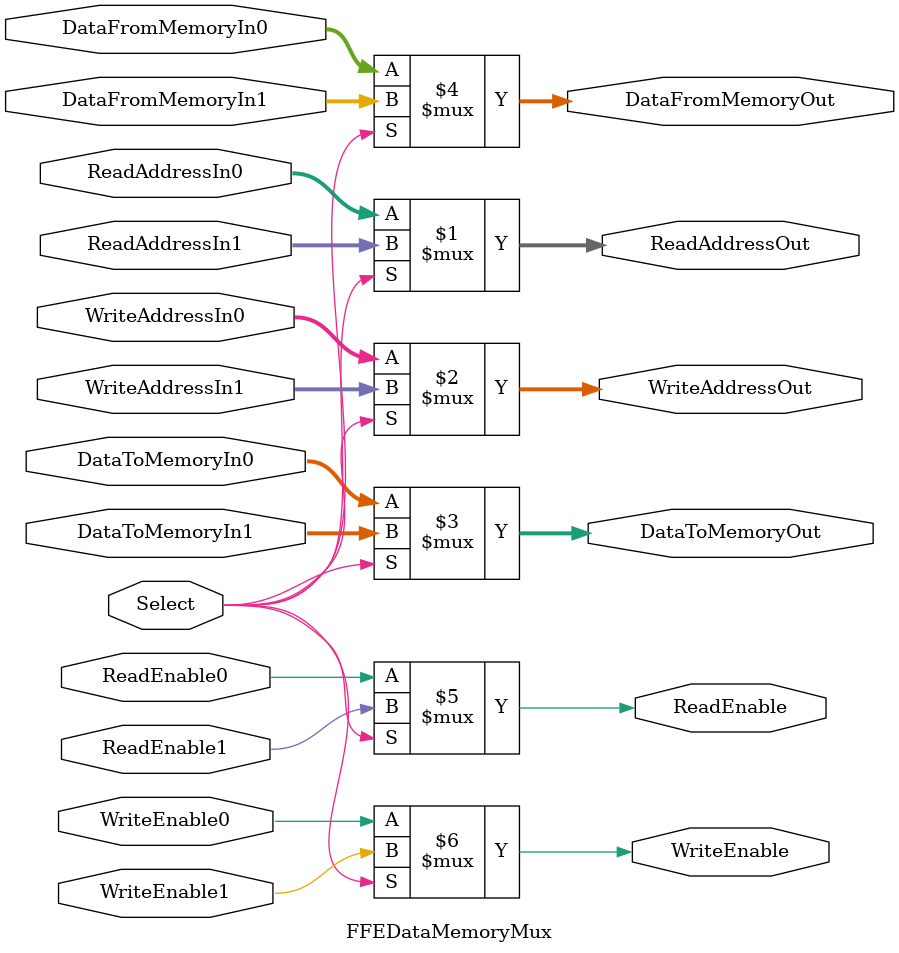
<source format=v>

`timescale 1ns / 10ps

module FFEDataMemoryMux (
	input		Select,
	
	input [9:0]		ReadAddressIn0,
	input [9:0]		ReadAddressIn1,
	output[9:0]		ReadAddressOut,
	
	input [9:0]		WriteAddressIn0,
	input [9:0]		WriteAddressIn1,
	output[9:0]		WriteAddressOut,
	
	input [35:0]	DataToMemoryIn0,
	input [35:0]	DataToMemoryIn1,
	output[35:0]	DataToMemoryOut,
	
	input [35:0]	DataFromMemoryIn0,
	input [35:0]	DataFromMemoryIn1,
	output[35:0]	DataFromMemoryOut,
	
	input			ReadEnable0,
	input			ReadEnable1,
	output			ReadEnable,
	
	input			WriteEnable0,
	input			WriteEnable1,
	output			WriteEnable
	);
	
	assign ReadAddressOut = (Select) ? ReadAddressIn1 : ReadAddressIn0;
	assign WriteAddressOut = (Select) ? WriteAddressIn1 : WriteAddressIn0;
	assign DataToMemoryOut = (Select) ? DataToMemoryIn1 : DataToMemoryIn0;
	assign DataFromMemoryOut = (Select) ? DataFromMemoryIn1 : DataFromMemoryIn0;
	assign ReadEnable = (Select) ? ReadEnable1 : ReadEnable0;
	assign WriteEnable = (Select) ? WriteEnable1 : WriteEnable0;

endmodule

</source>
